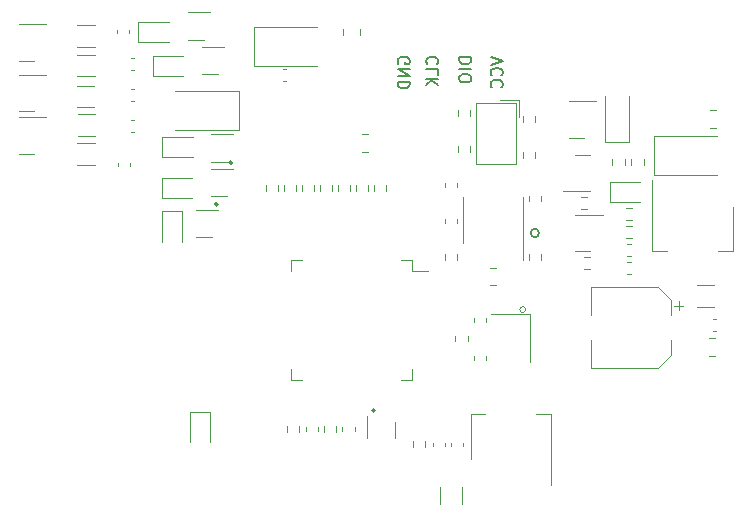
<source format=gbo>
G04 #@! TF.GenerationSoftware,KiCad,Pcbnew,(6.0.5)*
G04 #@! TF.CreationDate,2022-08-10T11:04:04+08:00*
G04 #@! TF.ProjectId,SX7H02050048,53583748-3032-4303-9530-3034382e6b69,rev?*
G04 #@! TF.SameCoordinates,PX59a5380PY6d321a0*
G04 #@! TF.FileFunction,Legend,Bot*
G04 #@! TF.FilePolarity,Positive*
%FSLAX46Y46*%
G04 Gerber Fmt 4.6, Leading zero omitted, Abs format (unit mm)*
G04 Created by KiCad (PCBNEW (6.0.5)) date 2022-08-10 11:04:04*
%MOMM*%
%LPD*%
G01*
G04 APERTURE LIST*
%ADD10C,0.150000*%
%ADD11C,0.120000*%
%ADD12C,0.200000*%
G04 APERTURE END LIST*
D10*
X46694210Y26108000D02*
G75*
G03*
X46694210Y26108000I-359210J0D01*
G01*
X38056142Y40419239D02*
X38103761Y40466858D01*
X38151380Y40609715D01*
X38151380Y40704953D01*
X38103761Y40847810D01*
X38008523Y40943048D01*
X37913285Y40990667D01*
X37722809Y41038286D01*
X37579952Y41038286D01*
X37389476Y40990667D01*
X37294238Y40943048D01*
X37199000Y40847810D01*
X37151380Y40704953D01*
X37151380Y40609715D01*
X37199000Y40466858D01*
X37246619Y40419239D01*
X38151380Y39514477D02*
X38151380Y39990667D01*
X37151380Y39990667D01*
X38151380Y39181143D02*
X37151380Y39181143D01*
X38151380Y38609715D02*
X37579952Y39038286D01*
X37151380Y38609715D02*
X37722809Y39181143D01*
X40945380Y40974810D02*
X39945380Y40974810D01*
X39945380Y40736715D01*
X39993000Y40593858D01*
X40088238Y40498620D01*
X40183476Y40451000D01*
X40373952Y40403381D01*
X40516809Y40403381D01*
X40707285Y40451000D01*
X40802523Y40498620D01*
X40897761Y40593858D01*
X40945380Y40736715D01*
X40945380Y40974810D01*
X40945380Y39974810D02*
X39945380Y39974810D01*
X39945380Y39308143D02*
X39945380Y39117667D01*
X39993000Y39022429D01*
X40088238Y38927191D01*
X40278714Y38879572D01*
X40612047Y38879572D01*
X40802523Y38927191D01*
X40897761Y39022429D01*
X40945380Y39117667D01*
X40945380Y39308143D01*
X40897761Y39403381D01*
X40802523Y39498620D01*
X40612047Y39546239D01*
X40278714Y39546239D01*
X40088238Y39498620D01*
X39993000Y39403381D01*
X39945380Y39308143D01*
X34786000Y40458905D02*
X34738380Y40554143D01*
X34738380Y40697000D01*
X34786000Y40839858D01*
X34881238Y40935096D01*
X34976476Y40982715D01*
X35166952Y41030334D01*
X35309809Y41030334D01*
X35500285Y40982715D01*
X35595523Y40935096D01*
X35690761Y40839858D01*
X35738380Y40697000D01*
X35738380Y40601762D01*
X35690761Y40458905D01*
X35643142Y40411286D01*
X35309809Y40411286D01*
X35309809Y40601762D01*
X35738380Y39982715D02*
X34738380Y39982715D01*
X35738380Y39411286D01*
X34738380Y39411286D01*
X35738380Y38935096D02*
X34738380Y38935096D01*
X34738380Y38697000D01*
X34786000Y38554143D01*
X34881238Y38458905D01*
X34976476Y38411286D01*
X35166952Y38363667D01*
X35309809Y38363667D01*
X35500285Y38411286D01*
X35595523Y38458905D01*
X35690761Y38554143D01*
X35738380Y38697000D01*
X35738380Y38935096D01*
X42612380Y41030334D02*
X43612380Y40697000D01*
X42612380Y40363667D01*
X43517142Y39458905D02*
X43564761Y39506524D01*
X43612380Y39649381D01*
X43612380Y39744620D01*
X43564761Y39887477D01*
X43469523Y39982715D01*
X43374285Y40030334D01*
X43183809Y40077953D01*
X43040952Y40077953D01*
X42850476Y40030334D01*
X42755238Y39982715D01*
X42660000Y39887477D01*
X42612380Y39744620D01*
X42612380Y39649381D01*
X42660000Y39506524D01*
X42707619Y39458905D01*
X43517142Y38458905D02*
X43564761Y38506524D01*
X43612380Y38649381D01*
X43612380Y38744620D01*
X43564761Y38887477D01*
X43469523Y38982715D01*
X43374285Y39030334D01*
X43183809Y39077953D01*
X43040952Y39077953D01*
X42850476Y39030334D01*
X42755238Y38982715D01*
X42660000Y38887477D01*
X42612380Y38744620D01*
X42612380Y38649381D01*
X42660000Y38506524D01*
X42707619Y38458905D01*
D11*
G04 #@! TO.C,D104*
X21312400Y34872000D02*
X15912400Y34872000D01*
X21312400Y38172000D02*
X15912400Y38172000D01*
X21312400Y38172000D02*
X21312400Y34872000D01*
G04 #@! TO.C,C148*
X42517748Y21690000D02*
X43040252Y21690000D01*
X42517748Y23160000D02*
X43040252Y23160000D01*
G04 #@! TO.C,L105*
X33776500Y29680742D02*
X33776500Y30155258D01*
X32731500Y29680742D02*
X32731500Y30155258D01*
G04 #@! TO.C,R134*
X24632500Y29680742D02*
X24632500Y30155258D01*
X23587500Y29680742D02*
X23587500Y30155258D01*
G04 #@! TO.C,R154*
X45812500Y24313258D02*
X45812500Y23838742D01*
X46857500Y24313258D02*
X46857500Y23838742D01*
G04 #@! TO.C,D7*
X14812200Y32573200D02*
X14812200Y34273200D01*
X14812200Y34273200D02*
X17362200Y34273200D01*
X14812200Y32573200D02*
X17362200Y32573200D01*
G04 #@! TO.C,R152*
X45812500Y29266258D02*
X45812500Y28791742D01*
X46857500Y29266258D02*
X46857500Y28791742D01*
G04 #@! TO.C,R102*
X50288742Y29170500D02*
X50763258Y29170500D01*
X50288742Y28125500D02*
X50763258Y28125500D01*
G04 #@! TO.C,C139*
X11945400Y43036220D02*
X11945400Y43317380D01*
X10925400Y43036220D02*
X10925400Y43317380D01*
G04 #@! TO.C,D6*
X12780200Y42301400D02*
X15330200Y42301400D01*
X12780200Y42301400D02*
X12780200Y44001400D01*
X12780200Y44001400D02*
X15330200Y44001400D01*
G04 #@! TO.C,D105*
X22538800Y43556800D02*
X27938800Y43556800D01*
X22538800Y40256800D02*
X27938800Y40256800D01*
X22538800Y40256800D02*
X22538800Y43556800D01*
G04 #@! TO.C,C114*
X42222200Y18882580D02*
X42222200Y18601420D01*
X41202200Y18882580D02*
X41202200Y18601420D01*
G04 #@! TO.C,C109*
X30078000Y42864748D02*
X30078000Y43387252D01*
X31548000Y42864748D02*
X31548000Y43387252D01*
G04 #@! TO.C,R103*
X54561658Y28263500D02*
X54087142Y28263500D01*
X54561658Y27218500D02*
X54087142Y27218500D01*
G04 #@! TO.C,R115*
X31207500Y29680742D02*
X31207500Y30155258D01*
X32252500Y29680742D02*
X32252500Y30155258D01*
G04 #@! TO.C,R106*
X53947500Y32362258D02*
X53947500Y31887742D01*
X52902500Y32362258D02*
X52902500Y31887742D01*
G04 #@! TO.C,C111*
X39221000Y8060420D02*
X39221000Y8341580D01*
X40241000Y8060420D02*
X40241000Y8341580D01*
G04 #@! TO.C,C132*
X31722748Y32993000D02*
X32245252Y32993000D01*
X31722748Y34463000D02*
X32245252Y34463000D01*
G04 #@! TO.C,R147*
X7611336Y39395400D02*
X9065464Y39395400D01*
X7611336Y41215400D02*
X9065464Y41215400D01*
G04 #@! TO.C,D8*
X3282000Y32828400D02*
X3932000Y32828400D01*
X3282000Y32828400D02*
X2632000Y32828400D01*
X3282000Y35948400D02*
X2632000Y35948400D01*
X3282000Y35948400D02*
X4957000Y35948400D01*
G04 #@! TO.C,R135*
X25111500Y30155258D02*
X25111500Y29680742D01*
X26156500Y30155258D02*
X26156500Y29680742D01*
G04 #@! TO.C,D3*
X52700000Y28725000D02*
X55250000Y28725000D01*
X52700000Y28725000D02*
X52700000Y30425000D01*
X52700000Y30425000D02*
X55250000Y30425000D01*
G04 #@! TO.C,R114*
X30728500Y30155258D02*
X30728500Y29680742D01*
X29683500Y30155258D02*
X29683500Y29680742D01*
G04 #@! TO.C,R144*
X7602136Y36755000D02*
X9056264Y36755000D01*
X7602136Y38575000D02*
X9056264Y38575000D01*
G04 #@! TO.C,Q106*
X20288800Y29240600D02*
X18888800Y29240600D01*
X18888800Y31560600D02*
X20788800Y31560600D01*
D12*
X20754800Y32051600D02*
G75*
G03*
X20754800Y32051600I-150000J0D01*
G01*
D11*
G04 #@! TO.C,Q103*
X18333000Y42474000D02*
X16933000Y42474000D01*
X16933000Y44794000D02*
X18833000Y44794000D01*
G04 #@! TO.C,R146*
X7634936Y36187400D02*
X9089064Y36187400D01*
X7634936Y34367400D02*
X9089064Y34367400D01*
G04 #@! TO.C,D101*
X52275000Y33800000D02*
X52275000Y37700000D01*
X54275000Y33800000D02*
X52275000Y33800000D01*
X54275000Y33800000D02*
X54275000Y37700000D01*
G04 #@! TO.C,R151*
X46349500Y32474742D02*
X46349500Y32949258D01*
X45304500Y32474742D02*
X45304500Y32949258D01*
G04 #@! TO.C,C110*
X37697000Y8060420D02*
X37697000Y8341580D01*
X38717000Y8060420D02*
X38717000Y8341580D01*
G04 #@! TO.C,U104*
X40219000Y27251000D02*
X40219000Y29201000D01*
X45339000Y27251000D02*
X45339000Y23801000D01*
X40219000Y27251000D02*
X40219000Y25301000D01*
X45339000Y27251000D02*
X45339000Y29201000D01*
G04 #@! TO.C,R150*
X40888500Y33457258D02*
X40888500Y32982742D01*
X39843500Y33457258D02*
X39843500Y32982742D01*
G04 #@! TO.C,R105*
X54502500Y32362258D02*
X54502500Y31887742D01*
X55547500Y32362258D02*
X55547500Y31887742D01*
G04 #@! TO.C,D10*
X14751000Y27938200D02*
X14751000Y25388200D01*
X14751000Y27938200D02*
X16451000Y27938200D01*
X16451000Y27938200D02*
X16451000Y25388200D01*
G04 #@! TO.C,D108*
X49875000Y37260000D02*
X49225000Y37260000D01*
X49875000Y34140000D02*
X50525000Y34140000D01*
X49875000Y37260000D02*
X51550000Y37260000D01*
X49875000Y34140000D02*
X49225000Y34140000D01*
G04 #@! TO.C,C105*
X61434420Y18871000D02*
X61715580Y18871000D01*
X61434420Y17851000D02*
X61715580Y17851000D01*
G04 #@! TO.C,U101*
X47713000Y4736000D02*
X47713000Y10746000D01*
X40893000Y10746000D02*
X42153000Y10746000D01*
X40893000Y6986000D02*
X40893000Y10746000D01*
X47713000Y10746000D02*
X46453000Y10746000D01*
G04 #@! TO.C,U102*
X35925600Y23852000D02*
X35925600Y22902000D01*
X25705600Y13632000D02*
X25705600Y14582000D01*
X26655600Y23852000D02*
X25705600Y23852000D01*
X26655600Y13632000D02*
X25705600Y13632000D01*
X25705600Y23852000D02*
X25705600Y22902000D01*
X34975600Y13632000D02*
X35925600Y13632000D01*
X35925600Y22902000D02*
X37265600Y22902000D01*
X34975600Y23852000D02*
X35925600Y23852000D01*
X35925600Y13632000D02*
X35925600Y14582000D01*
G04 #@! TO.C,D103*
X50399000Y24548000D02*
X49749000Y24548000D01*
X50399000Y27668000D02*
X49749000Y27668000D01*
X50399000Y24548000D02*
X51049000Y24548000D01*
X50399000Y27668000D02*
X52074000Y27668000D01*
G04 #@! TO.C,Q107*
X19552200Y39553000D02*
X18152200Y39553000D01*
X18152200Y41873000D02*
X20052200Y41873000D01*
G04 #@! TO.C,R101*
X50542742Y24090500D02*
X51017258Y24090500D01*
X50542742Y23045500D02*
X51017258Y23045500D01*
G04 #@! TO.C,D4*
X18864000Y10971000D02*
X18864000Y8421000D01*
X17164000Y10971000D02*
X17164000Y8421000D01*
X17164000Y10971000D02*
X18864000Y10971000D01*
G04 #@! TO.C,R145*
X7611336Y33715400D02*
X9065464Y33715400D01*
X7611336Y31895400D02*
X9065464Y31895400D01*
G04 #@! TO.C,Q104*
X18888800Y34456200D02*
X20788800Y34456200D01*
X20288800Y32136200D02*
X18888800Y32136200D01*
G04 #@! TO.C,C141*
X12072400Y32039780D02*
X12072400Y31758620D01*
X11052400Y32039780D02*
X11052400Y31758620D01*
G04 #@! TO.C,Q101*
X50399000Y32748000D02*
X51049000Y32748000D01*
X50399000Y29628000D02*
X51049000Y29628000D01*
X50399000Y29628000D02*
X48724000Y29628000D01*
X50399000Y32748000D02*
X49749000Y32748000D01*
G04 #@! TO.C,C101*
X61709252Y36495000D02*
X61186748Y36495000D01*
X61709252Y35025000D02*
X61186748Y35025000D01*
G04 #@! TO.C,C146*
X39733000Y30031420D02*
X39733000Y30312580D01*
X38713000Y30031420D02*
X38713000Y30312580D01*
G04 #@! TO.C,R104*
X54087142Y25694500D02*
X54561658Y25694500D01*
X54087142Y26739500D02*
X54561658Y26739500D01*
G04 #@! TO.C,R136*
X28159500Y30155258D02*
X28159500Y29680742D01*
X29204500Y30155258D02*
X29204500Y29680742D01*
G04 #@! TO.C,R111*
X40659900Y17404458D02*
X40659900Y16929942D01*
X39614900Y17404458D02*
X39614900Y16929942D01*
G04 #@! TO.C,C106*
X26927400Y9662380D02*
X26927400Y9381220D01*
X27947400Y9662380D02*
X27947400Y9381220D01*
G04 #@! TO.C,R113*
X26635500Y30155258D02*
X26635500Y29680742D01*
X27680500Y30155258D02*
X27680500Y29680742D01*
G04 #@! TO.C,D9*
X3282000Y39529800D02*
X4957000Y39529800D01*
X3282000Y39529800D02*
X2632000Y39529800D01*
X3282000Y36409800D02*
X2632000Y36409800D01*
X3282000Y36409800D02*
X3932000Y36409800D01*
G04 #@! TO.C,R149*
X45304500Y35997258D02*
X45304500Y35522742D01*
X46349500Y35997258D02*
X46349500Y35522742D01*
G04 #@! TO.C,R153*
X38700500Y24313258D02*
X38700500Y23838742D01*
X39745500Y24313258D02*
X39745500Y23838742D01*
G04 #@! TO.C,R107*
X25365500Y9759058D02*
X25365500Y9284542D01*
X26410500Y9759058D02*
X26410500Y9284542D01*
G04 #@! TO.C,C147*
X38713000Y26983420D02*
X38713000Y27264580D01*
X39733000Y26983420D02*
X39733000Y27264580D01*
G04 #@! TO.C,D102*
X56397000Y31062000D02*
X56397000Y34362000D01*
X56397000Y31062000D02*
X61797000Y31062000D01*
X56397000Y34362000D02*
X61797000Y34362000D01*
G04 #@! TO.C,C108*
X40133000Y4594252D02*
X40133000Y3171748D01*
X38313000Y4594252D02*
X38313000Y3171748D01*
G04 #@! TO.C,L101*
X54452580Y22603000D02*
X54171420Y22603000D01*
X54452580Y23623000D02*
X54171420Y23623000D01*
G04 #@! TO.C,C140*
X12107620Y37256600D02*
X12388780Y37256600D01*
X12107620Y38276600D02*
X12388780Y38276600D01*
G04 #@! TO.C,R108*
X28464300Y9759058D02*
X28464300Y9284542D01*
X29509300Y9759058D02*
X29509300Y9284542D01*
G04 #@! TO.C,C107*
X61059748Y17191000D02*
X61582252Y17191000D01*
X61059748Y15721000D02*
X61582252Y15721000D01*
G04 #@! TO.C,D2*
X32144800Y8734600D02*
X32144800Y10634600D01*
X34464800Y10134600D02*
X34464800Y8734600D01*
D12*
X32819800Y11085600D02*
G75*
G03*
X32819800Y11085600I-150000J0D01*
G01*
D11*
G04 #@! TO.C,C102*
X54183820Y24127000D02*
X54464980Y24127000D01*
X54183820Y25147000D02*
X54464980Y25147000D01*
G04 #@! TO.C,C103*
X60101748Y19864000D02*
X61524252Y19864000D01*
X60101748Y21684000D02*
X61524252Y21684000D01*
G04 #@! TO.C,R117*
X37078500Y8490958D02*
X37078500Y8016442D01*
X36033500Y8490958D02*
X36033500Y8016442D01*
G04 #@! TO.C,D5*
X3307400Y40702400D02*
X3957400Y40702400D01*
X3307400Y43822400D02*
X2657400Y43822400D01*
X3307400Y43822400D02*
X4982400Y43822400D01*
X3307400Y40702400D02*
X2657400Y40702400D01*
G04 #@! TO.C,Y101*
X42653000Y19218000D02*
X45953000Y19218000D01*
X45953000Y19218000D02*
X45953000Y15218000D01*
X45569000Y19631000D02*
G75*
G03*
X45569000Y19631000I-250000J0D01*
G01*
G04 #@! TO.C,C142*
X12107620Y34691200D02*
X12388780Y34691200D01*
X12107620Y35711200D02*
X12388780Y35711200D01*
G04 #@! TO.C,R148*
X40888500Y36505258D02*
X40888500Y36030742D01*
X39843500Y36505258D02*
X39843500Y36030742D01*
G04 #@! TO.C,L104*
X44772100Y37111600D02*
X44772100Y31921600D01*
X44772100Y37111600D02*
X41352100Y37111600D01*
X44772100Y31921600D02*
X41352100Y31921600D01*
X45012100Y37361600D02*
X43412100Y37361600D01*
X41352100Y37111600D02*
X41352100Y31921600D01*
X45012100Y37361600D02*
X45012100Y35916600D01*
G04 #@! TO.C,C112*
X25010820Y40029200D02*
X25291980Y40029200D01*
X25010820Y39009200D02*
X25291980Y39009200D01*
G04 #@! TO.C,C104*
X57873000Y20452563D02*
X56808563Y21517000D01*
X57873000Y20452563D02*
X57873000Y19167000D01*
X57873000Y15761437D02*
X56808563Y14697000D01*
X58506750Y20348250D02*
X58506750Y19560750D01*
X57873000Y15761437D02*
X57873000Y17047000D01*
X51053000Y14697000D02*
X51053000Y17047000D01*
X56808563Y14697000D02*
X51053000Y14697000D01*
X58900500Y19954500D02*
X58113000Y19954500D01*
X51053000Y21517000D02*
X51053000Y19167000D01*
X56808563Y21517000D02*
X51053000Y21517000D01*
G04 #@! TO.C,L102*
X30051600Y9381220D02*
X30051600Y9662380D01*
X31071600Y9381220D02*
X31071600Y9662380D01*
G04 #@! TO.C,D11*
X14786800Y29093400D02*
X17336800Y29093400D01*
X14786800Y29093400D02*
X14786800Y30793400D01*
X14786800Y30793400D02*
X17336800Y30793400D01*
G04 #@! TO.C,C115*
X41202200Y15401020D02*
X41202200Y15682180D01*
X42222200Y15401020D02*
X42222200Y15682180D01*
G04 #@! TO.C,D12*
X14024800Y39405800D02*
X16574800Y39405800D01*
X14024800Y39405800D02*
X14024800Y41105800D01*
X14024800Y41105800D02*
X16574800Y41105800D01*
G04 #@! TO.C,R143*
X7611336Y43715400D02*
X9065464Y43715400D01*
X7611336Y41895400D02*
X9065464Y41895400D01*
G04 #@! TO.C,Q102*
X63080000Y28339000D02*
X63080000Y24579000D01*
X56260000Y24579000D02*
X57520000Y24579000D01*
X63080000Y24579000D02*
X61820000Y24579000D01*
X56260000Y30589000D02*
X56260000Y24579000D01*
G04 #@! TO.C,C143*
X12134820Y39872800D02*
X12415980Y39872800D01*
X12134820Y40892800D02*
X12415980Y40892800D01*
G04 #@! TO.C,Q105*
X17644200Y28055400D02*
X19544200Y28055400D01*
X19044200Y25735400D02*
X17644200Y25735400D01*
D12*
X19510200Y28546400D02*
G75*
G03*
X19510200Y28546400I-150000J0D01*
G01*
G04 #@! TD*
M02*

</source>
